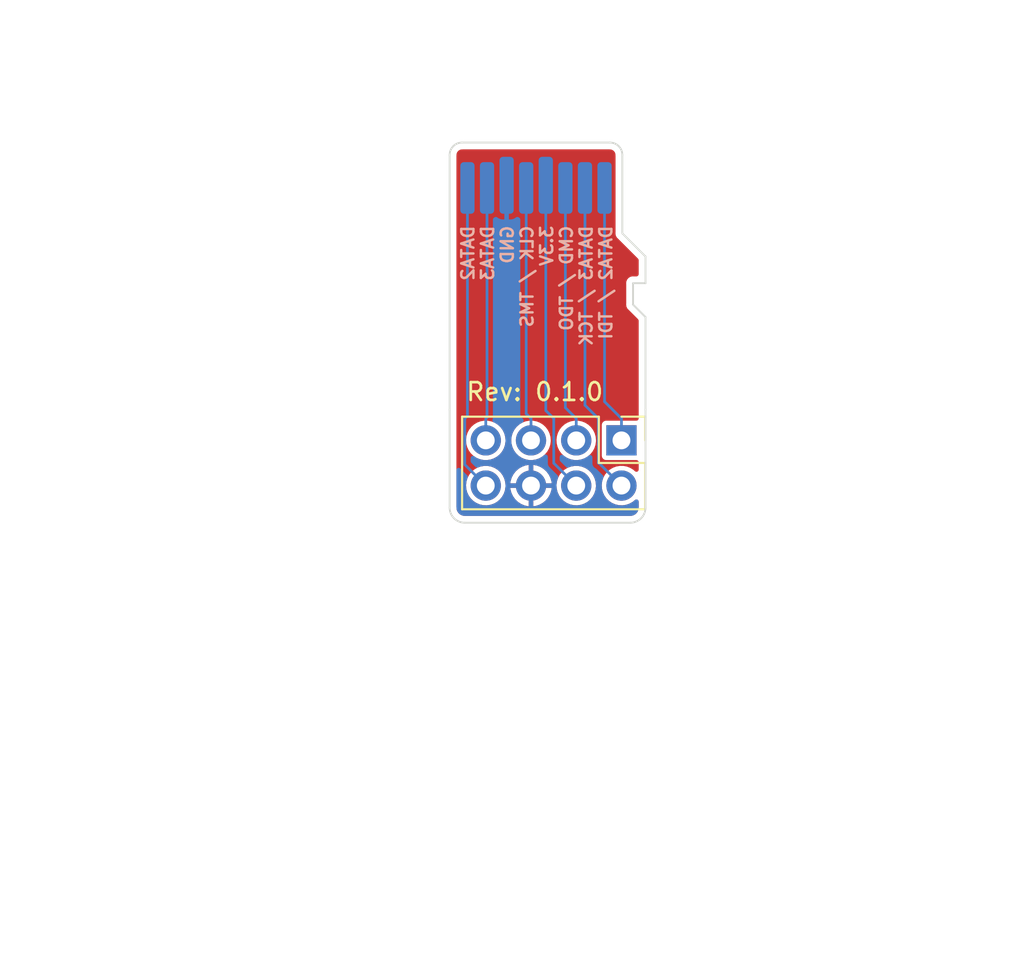
<source format=kicad_pcb>
(kicad_pcb (version 20211014) (generator pcbnew)
  (title_block (title "${title}") (rev "${revision}") (company "${company}") (comment 1 "author: ${author}") (comment 2 "pid: ${pid}"))
  (layers (0 "F.Cu" signal) (31 "B.Cu" signal) (34 "B.Paste" user) (35 "F.Paste" user) (36 "B.SilkS" user "B.Silkscreen") (37 "F.SilkS" user "F.Silkscreen") (38 "B.Mask" user) (39 "F.Mask" user) (44 "Edge.Cuts" user))
  (property "author" "Author Name")
  (property "company" "Company Name")
  (property "pid" "project id")
  (property "revision" "0.1.0")
  (property "title" "µSD Mock BOB")
  (net 0 "")
  (net 1 "/DAT2")
  (net 2 "/DAT3")
  (net 3 "/CMD")
  (net 4 "/VDD")
  (net 5 "/CLK")
  (net 6 "/DAT0")
  (net 7 "/DAT1")
  (net 8 "GND")
  (footprint "Connector_PinHeader_2.54mm:PinHeader_2x04_P2.54mm_Vertical" (layer "F.Cu") (at 144.8 97.725 -90)
    (fp_text reference "J1" hide)
    (fp_text value "Conn_01x08")
    (fp_line (start -1.33 8.95) (end 3.87 8.95) (layer "F.SilkS") (width 0.12))
    (fp_line (start -1.33 -1.33) (end 0 -1.33) (layer "F.SilkS") (width 0.12))
    (fp_line (start 1.27 1.27) (end 1.27 -1.33) (layer "F.SilkS") (width 0.12))
    (fp_line (start -1.33 0) (end -1.33 -1.33) (layer "F.SilkS") (width 0.12))
    (fp_line (start 1.27 -1.33) (end 3.87 -1.33) (layer "F.SilkS") (width 0.12))
    (fp_line (start -1.33 1.27) (end -1.33 8.95) (layer "F.SilkS") (width 0.12))
    (fp_line (start -1.33 1.27) (end 1.27 1.27) (layer "F.SilkS") (width 0.12))
    (fp_line (start 3.87 -1.33) (end 3.87 8.95) (layer "F.SilkS") (width 0.12))
    (pad "1" thru_hole rect (at 0 0 270) (size 1.7 1.7) (drill 1) (layers *.Cu *.Mask) (net 1 "/DAT2"))
    (pad "2" thru_hole oval (at 2.54 0 270) (size 1.7 1.7) (drill 1) (layers *.Cu *.Mask) (net 2 "/DAT3"))
    (pad "3" thru_hole oval (at 0 2.54 270) (size 1.7 1.7) (drill 1) (layers *.Cu *.Mask) (net 3 "/CMD"))
    (pad "4" thru_hole oval (at 2.54 2.54 270) (size 1.7 1.7) (drill 1) (layers *.Cu *.Mask) (net 4 "/VDD"))
    (pad "5" thru_hole oval (at 0 5.08 270) (size 1.7 1.7) (drill 1) (layers *.Cu *.Mask) (net 5 "/CLK"))
    (pad "6" thru_hole oval (at 2.54 5.08 270) (size 1.7 1.7) (drill 1) (layers *.Cu *.Mask) (net 8 "GND"))
    (pad "7" thru_hole oval (at 0 7.62 270) (size 1.7 1.7) (drill 1) (layers *.Cu *.Mask) (net 6 "/DAT0"))
    (pad "8" thru_hole oval (at 2.54 7.62 270) (size 1.7 1.7) (drill 1) (layers *.Cu *.Mask) (net 7 "/DAT1"))
  )
  (footprint "uSD:uSD" (layer "F.Cu") (at 140 90)
    (fp_text reference "J2" hide)
    (fp_text value "Micro_SD_Card")
    (fp_line (start 4.850007 -8.299998) (end 4.850007 -3.9) (layer "Edge.Cuts") (width 0.1))
    (fp_line (start -4.149993 -9) (end 4.150005 -8.999998) (layer "Edge.Cuts") (width 0.1))
    (fp_line (start 4.850005 -8.299998) (end 4.850007 -8.299998) (layer "Edge.Cuts") (width 0.05))
    (fp_line (start 4.850007 -3.9) (end 6.150007 -2.6) (layer "Edge.Cuts") (width 0.1))
    (fp_line (start 6.150007 0.800002) (end 6.15 6) (layer "Edge.Cuts") (width 0.1))
    (fp_line (start 6.150007 -1.1) (end 5.450005 -1.1) (layer "Edge.Cuts") (width 0.1))
    (fp_line (start 5.450005 0.1) (end 6.150007 0.800002) (layer "Edge.Cuts") (width 0.1))
    (fp_line (start 6.150007 -2.6) (end 6.150007 -1.1) (layer "Edge.Cuts") (width 0.1))
    (fp_line (start -4.149993 -8.999998) (end -4.149993 -9) (layer "Edge.Cuts") (width 0.05))
    (fp_line (start -4.849995 6) (end -4.849993 -8.299998) (layer "Edge.Cuts") (width 0.1))
    (fp_line (start 5.450005 -1.1) (end 5.450005 0.1) (layer "Edge.Cuts") (width 0.1))
    (fp_arc (start -4.849993 -8.299998) (mid -4.644967 -8.794972) (end -4.149993 -8.999998) (layer "Edge.Cuts") (width 0.1))
    (fp_arc (start 4.150005 -8.999998) (mid 4.644976 -8.794971) (end 4.850005 -8.299998) (layer "Edge.Cuts") (width 0.1))
    (pad "1" smd roundrect (at 3.849991 -6.45) (size 0.8 2.9) (layers "B.Cu" "B.Paste" "B.Mask") (net 1 "/DAT2"))
    (pad "2" smd roundrect (at 2.749993 -6.45) (size 0.8 2.9) (layers "B.Cu" "B.Paste" "B.Mask") (net 2 "/DAT3"))
    (pad "3" smd roundrect (at 1.649996 -6.45) (size 0.8 2.9) (layers "B.Cu" "B.Paste" "B.Mask") (net 3 "/CMD"))
    (pad "4" smd roundrect (at 0.549998 -6.599998) (size 0.8 3.2) (layers "B.Cu" "B.Paste" "B.Mask") (net 4 "/VDD"))
    (pad "5" smd roundrect (at -0.55 -6.45) (size 0.8 2.9) (layers "B.Cu" "B.Paste" "B.Mask") (net 5 "/CLK"))
    (pad "6" smd roundrect (at -1.649998 -6.599998) (size 0.8 3.2) (layers "B.Cu" "B.Paste" "B.Mask") (net 8 "GND"))
    (pad "7" smd roundrect (at -2.749995 -6.45) (size 0.8 2.9) (layers "B.Cu" "B.Paste" "B.Mask") (net 6 "/DAT0"))
    (pad "8" smd roundrect (at -3.849993 -6.45) (size 0.8 2.9) (layers "B.Cu" "B.Paste" "B.Mask") (net 7 "/DAT1"))
  )
  (gr_arc (start 136 102.349995) (mid 135.398963 102.101037) (end 135.150005 101.5) (layer "Edge.Cuts") (width 0.1))
  (gr_line (start 146.150005 96) (end 146.150005 101.5) (layer "Edge.Cuts") (width 0.1))
  (gr_line (start 135.150005 96) (end 135.150005 101.5) (layer "Edge.Cuts") (width 0.1))
  (gr_arc (start 146.150005 101.5) (mid 145.901048 102.101037) (end 145.300011 102.349995) (layer "Edge.Cuts") (width 0.1))
  (gr_line (start 136 102.349995) (end 145.300011 102.349995) (layer "Edge.Cuts") (width 0.1))
  (gr_text "DATA2\nDATA3\nGND\nCLK / TMS\n3.3V\nCMD / TDO\nDATA3 / TCK\nDATA2 / TDI" (at 140.050005 85.600004 90) (layer "B.SilkS") (effects (font (size 0.6875 0.6875) (thickness 0.1375)) (justify left mirror)))
  (gr_text "Rev: ${revision}" (at 136 95) (layer "F.SilkS") (effects (font (size 1 1)) (justify left)))
  (segment (start 143.849991 95.549991) (end 143.849991 83.55) (width 0.1524) (layer "B.Cu") (net 1))
  (segment (start 144.8 96.5) (end 143.849991 95.549991) (width 0.1524) (layer "B.Cu") (net 1))
  (segment (start 144.8 97.725) (end 144.8 96.5) (width 0.1524) (layer "B.Cu") (net 1))
  (segment (start 143.5 96.5) (end 143.5 99) (width 0.1524) (layer "B.Cu") (net 2))
  (segment (start 143.535 99) (end 144.8 100.265) (width 0.1524) (layer "B.Cu") (net 2))
  (segment (start 142.749993 95.749993) (end 143.5 96.5) (width 0.1524) (layer "B.Cu") (net 2))
  (segment (start 143.5 99) (end 143.535 99) (width 0.1524) (layer "B.Cu") (net 2))
  (segment (start 142.749993 83.55) (end 142.749993 95.749993) (width 0.1524) (layer "B.Cu") (net 2))
  (segment (start 141.649996 95.889996) (end 141.649996 83.55) (width 0.1524) (layer "B.Cu") (net 3))
  (segment (start 142.26 97.725) (end 142.26 96.5) (width 0.1524) (layer "B.Cu") (net 3))
  (segment (start 142.26 96.5) (end 141.649996 95.889996) (width 0.1524) (layer "B.Cu") (net 3))
  (segment (start 140.9975 99.0025) (end 140.9975 96.5025) (width 0.1524) (layer "B.Cu") (net 4))
  (segment (start 140.549998 96.049998) (end 140.549998 83.400002) (width 0.1524) (layer "B.Cu") (net 4))
  (segment (start 141 96.5) (end 140.549998 96.049998) (width 0.1524) (layer "B.Cu") (net 4))
  (segment (start 140.9975 96.5025) (end 141 96.5) (width 0.1524) (layer "B.Cu") (net 4))
  (segment (start 142.26 100.265) (end 140.9975 99.0025) (width 0.1524) (layer "B.Cu") (net 4))
  (segment (start 139.72 96.5) (end 139.45 96.23) (width 0.1524) (layer "B.Cu") (net 5))
  (segment (start 139.72 97.725) (end 139.72 96.5) (width 0.1524) (layer "B.Cu") (net 5))
  (segment (start 139.45 96.23) (end 139.45 83.55) (width 0.1524) (layer "B.Cu") (net 5))
  (segment (start 137.18 97.725) (end 137.18 96.5) (width 0.1524) (layer "B.Cu") (net 6))
  (segment (start 137.250005 96.429995) (end 137.250005 83.55) (width 0.1524) (layer "B.Cu") (net 6))
  (segment (start 137.18 96.5) (end 137.250005 96.429995) (width 0.1524) (layer "B.Cu") (net 6))
  (segment (start 136.150007 83.55) (end 136.150007 96.349993) (width 0.1524) (layer "B.Cu") (net 7))
  (segment (start 136 99.085) (end 137.18 100.265) (width 0.1524) (layer "B.Cu") (net 7))
  (segment (start 136 96.5) (end 136 99.085) (width 0.1524) (layer "B.Cu") (net 7))
  (segment (start 136.150007 96.349993) (end 136 96.5) (width 0.1524) (layer "B.Cu") (net 7))
  (zone (net 8) (net_name "GND") (layers F&B.Cu) (connect_pads (clearance 0.254)) (min_thickness 0.254) (fill yes (thermal_gap 0.3175) (thermal_bridge_width 0.254))
    (polygon (pts (xy 147 103) (xy 134 103) (xy 134 80) (xy 147 80)))
  )
)
</source>
